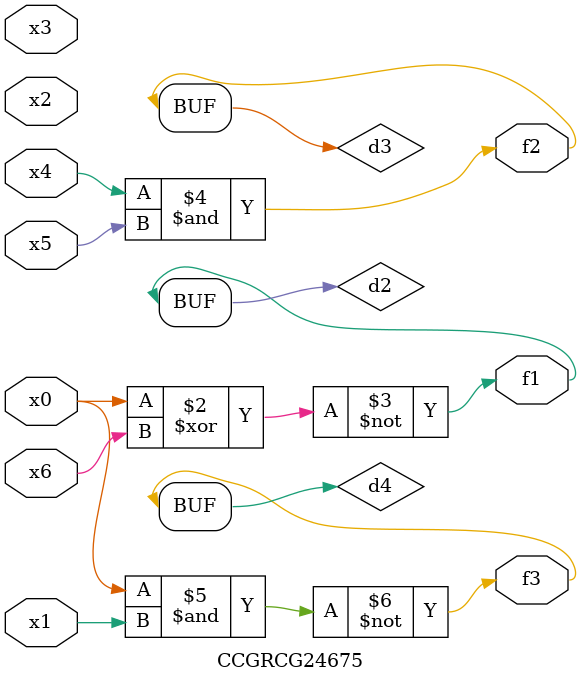
<source format=v>
module CCGRCG24675(
	input x0, x1, x2, x3, x4, x5, x6,
	output f1, f2, f3
);

	wire d1, d2, d3, d4;

	nor (d1, x0);
	xnor (d2, x0, x6);
	and (d3, x4, x5);
	nand (d4, x0, x1);
	assign f1 = d2;
	assign f2 = d3;
	assign f3 = d4;
endmodule

</source>
